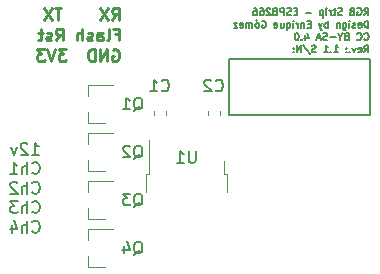
<source format=gbr>
G04 #@! TF.GenerationSoftware,KiCad,Pcbnew,5.1.9-73d0e3b20d~88~ubuntu20.04.1*
G04 #@! TF.CreationDate,2021-03-27T21:05:45+01:00*
G04 #@! TF.ProjectId,RGB_strip,5247425f-7374-4726-9970-2e6b69636164,rev?*
G04 #@! TF.SameCoordinates,Original*
G04 #@! TF.FileFunction,Legend,Bot*
G04 #@! TF.FilePolarity,Positive*
%FSLAX46Y46*%
G04 Gerber Fmt 4.6, Leading zero omitted, Abs format (unit mm)*
G04 Created by KiCad (PCBNEW 5.1.9-73d0e3b20d~88~ubuntu20.04.1) date 2021-03-27 21:05:45*
%MOMM*%
%LPD*%
G01*
G04 APERTURE LIST*
%ADD10C,0.150000*%
%ADD11C,0.200000*%
%ADD12C,0.250000*%
%ADD13C,0.120000*%
G04 APERTURE END LIST*
D10*
X110471428Y-98252380D02*
X111042857Y-98252380D01*
X110757142Y-98252380D02*
X110757142Y-97252380D01*
X110852380Y-97395238D01*
X110947619Y-97490476D01*
X111042857Y-97538095D01*
X110090476Y-97347619D02*
X110042857Y-97300000D01*
X109947619Y-97252380D01*
X109709523Y-97252380D01*
X109614285Y-97300000D01*
X109566666Y-97347619D01*
X109519047Y-97442857D01*
X109519047Y-97538095D01*
X109566666Y-97680952D01*
X110138095Y-98252380D01*
X109519047Y-98252380D01*
X109185714Y-97585714D02*
X108947619Y-98252380D01*
X108709523Y-97585714D01*
X110519047Y-99807142D02*
X110566666Y-99854761D01*
X110709523Y-99902380D01*
X110804761Y-99902380D01*
X110947619Y-99854761D01*
X111042857Y-99759523D01*
X111090476Y-99664285D01*
X111138095Y-99473809D01*
X111138095Y-99330952D01*
X111090476Y-99140476D01*
X111042857Y-99045238D01*
X110947619Y-98950000D01*
X110804761Y-98902380D01*
X110709523Y-98902380D01*
X110566666Y-98950000D01*
X110519047Y-98997619D01*
X110090476Y-99902380D02*
X110090476Y-98902380D01*
X109661904Y-99902380D02*
X109661904Y-99378571D01*
X109709523Y-99283333D01*
X109804761Y-99235714D01*
X109947619Y-99235714D01*
X110042857Y-99283333D01*
X110090476Y-99330952D01*
X108661904Y-99902380D02*
X109233333Y-99902380D01*
X108947619Y-99902380D02*
X108947619Y-98902380D01*
X109042857Y-99045238D01*
X109138095Y-99140476D01*
X109233333Y-99188095D01*
X110519047Y-101457142D02*
X110566666Y-101504761D01*
X110709523Y-101552380D01*
X110804761Y-101552380D01*
X110947619Y-101504761D01*
X111042857Y-101409523D01*
X111090476Y-101314285D01*
X111138095Y-101123809D01*
X111138095Y-100980952D01*
X111090476Y-100790476D01*
X111042857Y-100695238D01*
X110947619Y-100600000D01*
X110804761Y-100552380D01*
X110709523Y-100552380D01*
X110566666Y-100600000D01*
X110519047Y-100647619D01*
X110090476Y-101552380D02*
X110090476Y-100552380D01*
X109661904Y-101552380D02*
X109661904Y-101028571D01*
X109709523Y-100933333D01*
X109804761Y-100885714D01*
X109947619Y-100885714D01*
X110042857Y-100933333D01*
X110090476Y-100980952D01*
X109233333Y-100647619D02*
X109185714Y-100600000D01*
X109090476Y-100552380D01*
X108852380Y-100552380D01*
X108757142Y-100600000D01*
X108709523Y-100647619D01*
X108661904Y-100742857D01*
X108661904Y-100838095D01*
X108709523Y-100980952D01*
X109280952Y-101552380D01*
X108661904Y-101552380D01*
X110519047Y-103107142D02*
X110566666Y-103154761D01*
X110709523Y-103202380D01*
X110804761Y-103202380D01*
X110947619Y-103154761D01*
X111042857Y-103059523D01*
X111090476Y-102964285D01*
X111138095Y-102773809D01*
X111138095Y-102630952D01*
X111090476Y-102440476D01*
X111042857Y-102345238D01*
X110947619Y-102250000D01*
X110804761Y-102202380D01*
X110709523Y-102202380D01*
X110566666Y-102250000D01*
X110519047Y-102297619D01*
X110090476Y-103202380D02*
X110090476Y-102202380D01*
X109661904Y-103202380D02*
X109661904Y-102678571D01*
X109709523Y-102583333D01*
X109804761Y-102535714D01*
X109947619Y-102535714D01*
X110042857Y-102583333D01*
X110090476Y-102630952D01*
X109280952Y-102202380D02*
X108661904Y-102202380D01*
X108995238Y-102583333D01*
X108852380Y-102583333D01*
X108757142Y-102630952D01*
X108709523Y-102678571D01*
X108661904Y-102773809D01*
X108661904Y-103011904D01*
X108709523Y-103107142D01*
X108757142Y-103154761D01*
X108852380Y-103202380D01*
X109138095Y-103202380D01*
X109233333Y-103154761D01*
X109280952Y-103107142D01*
X110519047Y-104757142D02*
X110566666Y-104804761D01*
X110709523Y-104852380D01*
X110804761Y-104852380D01*
X110947619Y-104804761D01*
X111042857Y-104709523D01*
X111090476Y-104614285D01*
X111138095Y-104423809D01*
X111138095Y-104280952D01*
X111090476Y-104090476D01*
X111042857Y-103995238D01*
X110947619Y-103900000D01*
X110804761Y-103852380D01*
X110709523Y-103852380D01*
X110566666Y-103900000D01*
X110519047Y-103947619D01*
X110090476Y-104852380D02*
X110090476Y-103852380D01*
X109661904Y-104852380D02*
X109661904Y-104328571D01*
X109709523Y-104233333D01*
X109804761Y-104185714D01*
X109947619Y-104185714D01*
X110042857Y-104233333D01*
X110090476Y-104280952D01*
X108757142Y-104185714D02*
X108757142Y-104852380D01*
X108995238Y-103804761D02*
X109233333Y-104519047D01*
X108614285Y-104519047D01*
D11*
X139065000Y-94869000D02*
X139065000Y-90170000D01*
X127127000Y-94869000D02*
X139065000Y-94869000D01*
X127127000Y-90170000D02*
X127127000Y-94869000D01*
X139065000Y-90170000D02*
X127127000Y-90170000D01*
D10*
X138608785Y-86453428D02*
X138808785Y-86167714D01*
X138951642Y-86453428D02*
X138951642Y-85853428D01*
X138723071Y-85853428D01*
X138665928Y-85882000D01*
X138637357Y-85910571D01*
X138608785Y-85967714D01*
X138608785Y-86053428D01*
X138637357Y-86110571D01*
X138665928Y-86139142D01*
X138723071Y-86167714D01*
X138951642Y-86167714D01*
X138037357Y-85882000D02*
X138094500Y-85853428D01*
X138180214Y-85853428D01*
X138265928Y-85882000D01*
X138323071Y-85939142D01*
X138351642Y-85996285D01*
X138380214Y-86110571D01*
X138380214Y-86196285D01*
X138351642Y-86310571D01*
X138323071Y-86367714D01*
X138265928Y-86424857D01*
X138180214Y-86453428D01*
X138123071Y-86453428D01*
X138037357Y-86424857D01*
X138008785Y-86396285D01*
X138008785Y-86196285D01*
X138123071Y-86196285D01*
X137551642Y-86139142D02*
X137465928Y-86167714D01*
X137437357Y-86196285D01*
X137408785Y-86253428D01*
X137408785Y-86339142D01*
X137437357Y-86396285D01*
X137465928Y-86424857D01*
X137523071Y-86453428D01*
X137751642Y-86453428D01*
X137751642Y-85853428D01*
X137551642Y-85853428D01*
X137494500Y-85882000D01*
X137465928Y-85910571D01*
X137437357Y-85967714D01*
X137437357Y-86024857D01*
X137465928Y-86082000D01*
X137494500Y-86110571D01*
X137551642Y-86139142D01*
X137751642Y-86139142D01*
X136723071Y-86424857D02*
X136637357Y-86453428D01*
X136494500Y-86453428D01*
X136437357Y-86424857D01*
X136408785Y-86396285D01*
X136380214Y-86339142D01*
X136380214Y-86282000D01*
X136408785Y-86224857D01*
X136437357Y-86196285D01*
X136494500Y-86167714D01*
X136608785Y-86139142D01*
X136665928Y-86110571D01*
X136694500Y-86082000D01*
X136723071Y-86024857D01*
X136723071Y-85967714D01*
X136694500Y-85910571D01*
X136665928Y-85882000D01*
X136608785Y-85853428D01*
X136465928Y-85853428D01*
X136380214Y-85882000D01*
X136208785Y-86053428D02*
X135980214Y-86053428D01*
X136123071Y-85853428D02*
X136123071Y-86367714D01*
X136094500Y-86424857D01*
X136037357Y-86453428D01*
X135980214Y-86453428D01*
X135780214Y-86453428D02*
X135780214Y-86053428D01*
X135780214Y-86167714D02*
X135751642Y-86110571D01*
X135723071Y-86082000D01*
X135665928Y-86053428D01*
X135608785Y-86053428D01*
X135408785Y-86453428D02*
X135408785Y-86053428D01*
X135408785Y-85853428D02*
X135437357Y-85882000D01*
X135408785Y-85910571D01*
X135380214Y-85882000D01*
X135408785Y-85853428D01*
X135408785Y-85910571D01*
X135123071Y-86053428D02*
X135123071Y-86653428D01*
X135123071Y-86082000D02*
X135065928Y-86053428D01*
X134951642Y-86053428D01*
X134894500Y-86082000D01*
X134865928Y-86110571D01*
X134837357Y-86167714D01*
X134837357Y-86339142D01*
X134865928Y-86396285D01*
X134894500Y-86424857D01*
X134951642Y-86453428D01*
X135065928Y-86453428D01*
X135123071Y-86424857D01*
X134123071Y-86224857D02*
X133665928Y-86224857D01*
X132923071Y-86139142D02*
X132723071Y-86139142D01*
X132637357Y-86453428D02*
X132923071Y-86453428D01*
X132923071Y-85853428D01*
X132637357Y-85853428D01*
X132408785Y-86424857D02*
X132323071Y-86453428D01*
X132180214Y-86453428D01*
X132123071Y-86424857D01*
X132094500Y-86396285D01*
X132065928Y-86339142D01*
X132065928Y-86282000D01*
X132094500Y-86224857D01*
X132123071Y-86196285D01*
X132180214Y-86167714D01*
X132294500Y-86139142D01*
X132351642Y-86110571D01*
X132380214Y-86082000D01*
X132408785Y-86024857D01*
X132408785Y-85967714D01*
X132380214Y-85910571D01*
X132351642Y-85882000D01*
X132294500Y-85853428D01*
X132151642Y-85853428D01*
X132065928Y-85882000D01*
X131808785Y-86453428D02*
X131808785Y-85853428D01*
X131580214Y-85853428D01*
X131523071Y-85882000D01*
X131494500Y-85910571D01*
X131465928Y-85967714D01*
X131465928Y-86053428D01*
X131494500Y-86110571D01*
X131523071Y-86139142D01*
X131580214Y-86167714D01*
X131808785Y-86167714D01*
X131123071Y-86110571D02*
X131180214Y-86082000D01*
X131208785Y-86053428D01*
X131237357Y-85996285D01*
X131237357Y-85967714D01*
X131208785Y-85910571D01*
X131180214Y-85882000D01*
X131123071Y-85853428D01*
X131008785Y-85853428D01*
X130951642Y-85882000D01*
X130923071Y-85910571D01*
X130894500Y-85967714D01*
X130894500Y-85996285D01*
X130923071Y-86053428D01*
X130951642Y-86082000D01*
X131008785Y-86110571D01*
X131123071Y-86110571D01*
X131180214Y-86139142D01*
X131208785Y-86167714D01*
X131237357Y-86224857D01*
X131237357Y-86339142D01*
X131208785Y-86396285D01*
X131180214Y-86424857D01*
X131123071Y-86453428D01*
X131008785Y-86453428D01*
X130951642Y-86424857D01*
X130923071Y-86396285D01*
X130894500Y-86339142D01*
X130894500Y-86224857D01*
X130923071Y-86167714D01*
X130951642Y-86139142D01*
X131008785Y-86110571D01*
X130665928Y-85910571D02*
X130637357Y-85882000D01*
X130580214Y-85853428D01*
X130437357Y-85853428D01*
X130380214Y-85882000D01*
X130351642Y-85910571D01*
X130323071Y-85967714D01*
X130323071Y-86024857D01*
X130351642Y-86110571D01*
X130694500Y-86453428D01*
X130323071Y-86453428D01*
X129808785Y-85853428D02*
X129923071Y-85853428D01*
X129980214Y-85882000D01*
X130008785Y-85910571D01*
X130065928Y-85996285D01*
X130094500Y-86110571D01*
X130094500Y-86339142D01*
X130065928Y-86396285D01*
X130037357Y-86424857D01*
X129980214Y-86453428D01*
X129865928Y-86453428D01*
X129808785Y-86424857D01*
X129780214Y-86396285D01*
X129751642Y-86339142D01*
X129751642Y-86196285D01*
X129780214Y-86139142D01*
X129808785Y-86110571D01*
X129865928Y-86082000D01*
X129980214Y-86082000D01*
X130037357Y-86110571D01*
X130065928Y-86139142D01*
X130094500Y-86196285D01*
X129237357Y-85853428D02*
X129351642Y-85853428D01*
X129408785Y-85882000D01*
X129437357Y-85910571D01*
X129494500Y-85996285D01*
X129523071Y-86110571D01*
X129523071Y-86339142D01*
X129494500Y-86396285D01*
X129465928Y-86424857D01*
X129408785Y-86453428D01*
X129294500Y-86453428D01*
X129237357Y-86424857D01*
X129208785Y-86396285D01*
X129180214Y-86339142D01*
X129180214Y-86196285D01*
X129208785Y-86139142D01*
X129237357Y-86110571D01*
X129294500Y-86082000D01*
X129408785Y-86082000D01*
X129465928Y-86110571D01*
X129494500Y-86139142D01*
X129523071Y-86196285D01*
X138951642Y-87503428D02*
X138951642Y-86903428D01*
X138808785Y-86903428D01*
X138723071Y-86932000D01*
X138665928Y-86989142D01*
X138637357Y-87046285D01*
X138608785Y-87160571D01*
X138608785Y-87246285D01*
X138637357Y-87360571D01*
X138665928Y-87417714D01*
X138723071Y-87474857D01*
X138808785Y-87503428D01*
X138951642Y-87503428D01*
X138123071Y-87474857D02*
X138180214Y-87503428D01*
X138294500Y-87503428D01*
X138351642Y-87474857D01*
X138380214Y-87417714D01*
X138380214Y-87189142D01*
X138351642Y-87132000D01*
X138294500Y-87103428D01*
X138180214Y-87103428D01*
X138123071Y-87132000D01*
X138094500Y-87189142D01*
X138094500Y-87246285D01*
X138380214Y-87303428D01*
X137865928Y-87474857D02*
X137808785Y-87503428D01*
X137694500Y-87503428D01*
X137637357Y-87474857D01*
X137608785Y-87417714D01*
X137608785Y-87389142D01*
X137637357Y-87332000D01*
X137694500Y-87303428D01*
X137780214Y-87303428D01*
X137837357Y-87274857D01*
X137865928Y-87217714D01*
X137865928Y-87189142D01*
X137837357Y-87132000D01*
X137780214Y-87103428D01*
X137694500Y-87103428D01*
X137637357Y-87132000D01*
X137351642Y-87503428D02*
X137351642Y-87103428D01*
X137351642Y-86903428D02*
X137380214Y-86932000D01*
X137351642Y-86960571D01*
X137323071Y-86932000D01*
X137351642Y-86903428D01*
X137351642Y-86960571D01*
X136808785Y-87103428D02*
X136808785Y-87589142D01*
X136837357Y-87646285D01*
X136865928Y-87674857D01*
X136923071Y-87703428D01*
X137008785Y-87703428D01*
X137065928Y-87674857D01*
X136808785Y-87474857D02*
X136865928Y-87503428D01*
X136980214Y-87503428D01*
X137037357Y-87474857D01*
X137065928Y-87446285D01*
X137094500Y-87389142D01*
X137094500Y-87217714D01*
X137065928Y-87160571D01*
X137037357Y-87132000D01*
X136980214Y-87103428D01*
X136865928Y-87103428D01*
X136808785Y-87132000D01*
X136523071Y-87103428D02*
X136523071Y-87503428D01*
X136523071Y-87160571D02*
X136494500Y-87132000D01*
X136437357Y-87103428D01*
X136351642Y-87103428D01*
X136294500Y-87132000D01*
X136265928Y-87189142D01*
X136265928Y-87503428D01*
X135523071Y-87503428D02*
X135523071Y-86903428D01*
X135523071Y-87132000D02*
X135465928Y-87103428D01*
X135351642Y-87103428D01*
X135294500Y-87132000D01*
X135265928Y-87160571D01*
X135237357Y-87217714D01*
X135237357Y-87389142D01*
X135265928Y-87446285D01*
X135294500Y-87474857D01*
X135351642Y-87503428D01*
X135465928Y-87503428D01*
X135523071Y-87474857D01*
X135037357Y-87103428D02*
X134894500Y-87503428D01*
X134751642Y-87103428D02*
X134894500Y-87503428D01*
X134951642Y-87646285D01*
X134980214Y-87674857D01*
X135037357Y-87703428D01*
X134065928Y-87189142D02*
X133865928Y-87189142D01*
X133780214Y-87503428D02*
X134065928Y-87503428D01*
X134065928Y-86903428D01*
X133780214Y-86903428D01*
X133523071Y-87103428D02*
X133523071Y-87503428D01*
X133523071Y-87160571D02*
X133494500Y-87132000D01*
X133437357Y-87103428D01*
X133351642Y-87103428D01*
X133294500Y-87132000D01*
X133265928Y-87189142D01*
X133265928Y-87503428D01*
X132980214Y-87503428D02*
X132980214Y-87103428D01*
X132980214Y-87217714D02*
X132951642Y-87160571D01*
X132923071Y-87132000D01*
X132865928Y-87103428D01*
X132808785Y-87103428D01*
X132608785Y-87503428D02*
X132608785Y-87103428D01*
X132608785Y-86903428D02*
X132637357Y-86932000D01*
X132608785Y-86960571D01*
X132580214Y-86932000D01*
X132608785Y-86903428D01*
X132608785Y-86960571D01*
X132065928Y-87103428D02*
X132065928Y-87703428D01*
X132065928Y-87474857D02*
X132123071Y-87503428D01*
X132237357Y-87503428D01*
X132294500Y-87474857D01*
X132323071Y-87446285D01*
X132351642Y-87389142D01*
X132351642Y-87217714D01*
X132323071Y-87160571D01*
X132294500Y-87132000D01*
X132237357Y-87103428D01*
X132123071Y-87103428D01*
X132065928Y-87132000D01*
X131523071Y-87103428D02*
X131523071Y-87503428D01*
X131780214Y-87103428D02*
X131780214Y-87417714D01*
X131751642Y-87474857D01*
X131694500Y-87503428D01*
X131608785Y-87503428D01*
X131551642Y-87474857D01*
X131523071Y-87446285D01*
X131008785Y-87474857D02*
X131065928Y-87503428D01*
X131180214Y-87503428D01*
X131237357Y-87474857D01*
X131265928Y-87417714D01*
X131265928Y-87189142D01*
X131237357Y-87132000D01*
X131180214Y-87103428D01*
X131065928Y-87103428D01*
X131008785Y-87132000D01*
X130980214Y-87189142D01*
X130980214Y-87246285D01*
X131265928Y-87303428D01*
X129951642Y-86932000D02*
X130008785Y-86903428D01*
X130094500Y-86903428D01*
X130180214Y-86932000D01*
X130237357Y-86989142D01*
X130265928Y-87046285D01*
X130294500Y-87160571D01*
X130294500Y-87246285D01*
X130265928Y-87360571D01*
X130237357Y-87417714D01*
X130180214Y-87474857D01*
X130094500Y-87503428D01*
X130037357Y-87503428D01*
X129951642Y-87474857D01*
X129923071Y-87446285D01*
X129923071Y-87246285D01*
X130037357Y-87246285D01*
X129580214Y-87503428D02*
X129637357Y-87474857D01*
X129665928Y-87446285D01*
X129694500Y-87389142D01*
X129694500Y-87217714D01*
X129665928Y-87160571D01*
X129637357Y-87132000D01*
X129580214Y-87103428D01*
X129494500Y-87103428D01*
X129437357Y-87132000D01*
X129408785Y-87160571D01*
X129380214Y-87217714D01*
X129380214Y-87389142D01*
X129408785Y-87446285D01*
X129437357Y-87474857D01*
X129494500Y-87503428D01*
X129580214Y-87503428D01*
X129465928Y-86874857D02*
X129551642Y-86960571D01*
X129123071Y-87503428D02*
X129123071Y-87103428D01*
X129123071Y-87160571D02*
X129094500Y-87132000D01*
X129037357Y-87103428D01*
X128951642Y-87103428D01*
X128894500Y-87132000D01*
X128865928Y-87189142D01*
X128865928Y-87503428D01*
X128865928Y-87189142D02*
X128837357Y-87132000D01*
X128780214Y-87103428D01*
X128694500Y-87103428D01*
X128637357Y-87132000D01*
X128608785Y-87189142D01*
X128608785Y-87503428D01*
X128094500Y-87474857D02*
X128151642Y-87503428D01*
X128265928Y-87503428D01*
X128323071Y-87474857D01*
X128351642Y-87417714D01*
X128351642Y-87189142D01*
X128323071Y-87132000D01*
X128265928Y-87103428D01*
X128151642Y-87103428D01*
X128094500Y-87132000D01*
X128065928Y-87189142D01*
X128065928Y-87246285D01*
X128351642Y-87303428D01*
X127865928Y-87103428D02*
X127551642Y-87103428D01*
X127865928Y-87503428D01*
X127551642Y-87503428D01*
X138608785Y-88496285D02*
X138637357Y-88524857D01*
X138723071Y-88553428D01*
X138780214Y-88553428D01*
X138865928Y-88524857D01*
X138923071Y-88467714D01*
X138951642Y-88410571D01*
X138980214Y-88296285D01*
X138980214Y-88210571D01*
X138951642Y-88096285D01*
X138923071Y-88039142D01*
X138865928Y-87982000D01*
X138780214Y-87953428D01*
X138723071Y-87953428D01*
X138637357Y-87982000D01*
X138608785Y-88010571D01*
X138008785Y-88496285D02*
X138037357Y-88524857D01*
X138123071Y-88553428D01*
X138180214Y-88553428D01*
X138265928Y-88524857D01*
X138323071Y-88467714D01*
X138351642Y-88410571D01*
X138380214Y-88296285D01*
X138380214Y-88210571D01*
X138351642Y-88096285D01*
X138323071Y-88039142D01*
X138265928Y-87982000D01*
X138180214Y-87953428D01*
X138123071Y-87953428D01*
X138037357Y-87982000D01*
X138008785Y-88010571D01*
X137094500Y-88239142D02*
X137008785Y-88267714D01*
X136980214Y-88296285D01*
X136951642Y-88353428D01*
X136951642Y-88439142D01*
X136980214Y-88496285D01*
X137008785Y-88524857D01*
X137065928Y-88553428D01*
X137294500Y-88553428D01*
X137294500Y-87953428D01*
X137094500Y-87953428D01*
X137037357Y-87982000D01*
X137008785Y-88010571D01*
X136980214Y-88067714D01*
X136980214Y-88124857D01*
X137008785Y-88182000D01*
X137037357Y-88210571D01*
X137094500Y-88239142D01*
X137294500Y-88239142D01*
X136580214Y-88267714D02*
X136580214Y-88553428D01*
X136780214Y-87953428D02*
X136580214Y-88267714D01*
X136380214Y-87953428D01*
X136180214Y-88324857D02*
X135723071Y-88324857D01*
X135465928Y-88524857D02*
X135380214Y-88553428D01*
X135237357Y-88553428D01*
X135180214Y-88524857D01*
X135151642Y-88496285D01*
X135123071Y-88439142D01*
X135123071Y-88382000D01*
X135151642Y-88324857D01*
X135180214Y-88296285D01*
X135237357Y-88267714D01*
X135351642Y-88239142D01*
X135408785Y-88210571D01*
X135437357Y-88182000D01*
X135465928Y-88124857D01*
X135465928Y-88067714D01*
X135437357Y-88010571D01*
X135408785Y-87982000D01*
X135351642Y-87953428D01*
X135208785Y-87953428D01*
X135123071Y-87982000D01*
X134894500Y-88382000D02*
X134608785Y-88382000D01*
X134951642Y-88553428D02*
X134751642Y-87953428D01*
X134551642Y-88553428D01*
X133637357Y-88153428D02*
X133637357Y-88553428D01*
X133780214Y-87924857D02*
X133923071Y-88353428D01*
X133551642Y-88353428D01*
X133323071Y-88496285D02*
X133294500Y-88524857D01*
X133323071Y-88553428D01*
X133351642Y-88524857D01*
X133323071Y-88496285D01*
X133323071Y-88553428D01*
X132923071Y-87953428D02*
X132865928Y-87953428D01*
X132808785Y-87982000D01*
X132780214Y-88010571D01*
X132751642Y-88067714D01*
X132723071Y-88182000D01*
X132723071Y-88324857D01*
X132751642Y-88439142D01*
X132780214Y-88496285D01*
X132808785Y-88524857D01*
X132865928Y-88553428D01*
X132923071Y-88553428D01*
X132980214Y-88524857D01*
X133008785Y-88496285D01*
X133037357Y-88439142D01*
X133065928Y-88324857D01*
X133065928Y-88182000D01*
X133037357Y-88067714D01*
X133008785Y-88010571D01*
X132980214Y-87982000D01*
X132923071Y-87953428D01*
X138608785Y-89603428D02*
X138808785Y-89317714D01*
X138951642Y-89603428D02*
X138951642Y-89003428D01*
X138723071Y-89003428D01*
X138665928Y-89032000D01*
X138637357Y-89060571D01*
X138608785Y-89117714D01*
X138608785Y-89203428D01*
X138637357Y-89260571D01*
X138665928Y-89289142D01*
X138723071Y-89317714D01*
X138951642Y-89317714D01*
X138123071Y-89574857D02*
X138180214Y-89603428D01*
X138294500Y-89603428D01*
X138351642Y-89574857D01*
X138380214Y-89517714D01*
X138380214Y-89289142D01*
X138351642Y-89232000D01*
X138294500Y-89203428D01*
X138180214Y-89203428D01*
X138123071Y-89232000D01*
X138094500Y-89289142D01*
X138094500Y-89346285D01*
X138380214Y-89403428D01*
X137894500Y-89203428D02*
X137751642Y-89603428D01*
X137608785Y-89203428D01*
X137380214Y-89546285D02*
X137351642Y-89574857D01*
X137380214Y-89603428D01*
X137408785Y-89574857D01*
X137380214Y-89546285D01*
X137380214Y-89603428D01*
X137094500Y-89546285D02*
X137065928Y-89574857D01*
X137094500Y-89603428D01*
X137123071Y-89574857D01*
X137094500Y-89546285D01*
X137094500Y-89603428D01*
X137094500Y-89232000D02*
X137065928Y-89260571D01*
X137094500Y-89289142D01*
X137123071Y-89260571D01*
X137094500Y-89232000D01*
X137094500Y-89289142D01*
X136037357Y-89603428D02*
X136380214Y-89603428D01*
X136208785Y-89603428D02*
X136208785Y-89003428D01*
X136265928Y-89089142D01*
X136323071Y-89146285D01*
X136380214Y-89174857D01*
X135780214Y-89546285D02*
X135751642Y-89574857D01*
X135780214Y-89603428D01*
X135808785Y-89574857D01*
X135780214Y-89546285D01*
X135780214Y-89603428D01*
X135180214Y-89603428D02*
X135523071Y-89603428D01*
X135351642Y-89603428D02*
X135351642Y-89003428D01*
X135408785Y-89089142D01*
X135465928Y-89146285D01*
X135523071Y-89174857D01*
X134494500Y-89574857D02*
X134408785Y-89603428D01*
X134265928Y-89603428D01*
X134208785Y-89574857D01*
X134180214Y-89546285D01*
X134151642Y-89489142D01*
X134151642Y-89432000D01*
X134180214Y-89374857D01*
X134208785Y-89346285D01*
X134265928Y-89317714D01*
X134380214Y-89289142D01*
X134437357Y-89260571D01*
X134465928Y-89232000D01*
X134494500Y-89174857D01*
X134494500Y-89117714D01*
X134465928Y-89060571D01*
X134437357Y-89032000D01*
X134380214Y-89003428D01*
X134237357Y-89003428D01*
X134151642Y-89032000D01*
X133465928Y-88974857D02*
X133980214Y-89746285D01*
X133265928Y-89603428D02*
X133265928Y-89003428D01*
X132923071Y-89603428D01*
X132923071Y-89003428D01*
X132637357Y-89546285D02*
X132608785Y-89574857D01*
X132637357Y-89603428D01*
X132665928Y-89574857D01*
X132637357Y-89546285D01*
X132637357Y-89603428D01*
X132637357Y-89232000D02*
X132608785Y-89260571D01*
X132637357Y-89289142D01*
X132665928Y-89260571D01*
X132637357Y-89232000D01*
X132637357Y-89289142D01*
D12*
X117264976Y-86840380D02*
X117598309Y-86364190D01*
X117836404Y-86840380D02*
X117836404Y-85840380D01*
X117455452Y-85840380D01*
X117360214Y-85888000D01*
X117312595Y-85935619D01*
X117264976Y-86030857D01*
X117264976Y-86173714D01*
X117312595Y-86268952D01*
X117360214Y-86316571D01*
X117455452Y-86364190D01*
X117836404Y-86364190D01*
X116931642Y-85840380D02*
X116264976Y-86840380D01*
X116264976Y-85840380D02*
X116931642Y-86840380D01*
X112979261Y-85840380D02*
X112407833Y-85840380D01*
X112693547Y-86840380D02*
X112693547Y-85840380D01*
X112169738Y-85840380D02*
X111503071Y-86840380D01*
X111503071Y-85840380D02*
X112169738Y-86840380D01*
X117503071Y-88066571D02*
X117836404Y-88066571D01*
X117836404Y-88590380D02*
X117836404Y-87590380D01*
X117360214Y-87590380D01*
X116836404Y-88590380D02*
X116931642Y-88542761D01*
X116979261Y-88447523D01*
X116979261Y-87590380D01*
X116026880Y-88590380D02*
X116026880Y-88066571D01*
X116074500Y-87971333D01*
X116169738Y-87923714D01*
X116360214Y-87923714D01*
X116455452Y-87971333D01*
X116026880Y-88542761D02*
X116122119Y-88590380D01*
X116360214Y-88590380D01*
X116455452Y-88542761D01*
X116503071Y-88447523D01*
X116503071Y-88352285D01*
X116455452Y-88257047D01*
X116360214Y-88209428D01*
X116122119Y-88209428D01*
X116026880Y-88161809D01*
X115598309Y-88542761D02*
X115503071Y-88590380D01*
X115312595Y-88590380D01*
X115217357Y-88542761D01*
X115169738Y-88447523D01*
X115169738Y-88399904D01*
X115217357Y-88304666D01*
X115312595Y-88257047D01*
X115455452Y-88257047D01*
X115550690Y-88209428D01*
X115598309Y-88114190D01*
X115598309Y-88066571D01*
X115550690Y-87971333D01*
X115455452Y-87923714D01*
X115312595Y-87923714D01*
X115217357Y-87971333D01*
X114741166Y-88590380D02*
X114741166Y-87590380D01*
X114312595Y-88590380D02*
X114312595Y-88066571D01*
X114360214Y-87971333D01*
X114455452Y-87923714D01*
X114598309Y-87923714D01*
X114693547Y-87971333D01*
X114741166Y-88018952D01*
X112503071Y-88590380D02*
X112836404Y-88114190D01*
X113074500Y-88590380D02*
X113074500Y-87590380D01*
X112693547Y-87590380D01*
X112598309Y-87638000D01*
X112550690Y-87685619D01*
X112503071Y-87780857D01*
X112503071Y-87923714D01*
X112550690Y-88018952D01*
X112598309Y-88066571D01*
X112693547Y-88114190D01*
X113074500Y-88114190D01*
X112122119Y-88542761D02*
X112026880Y-88590380D01*
X111836404Y-88590380D01*
X111741166Y-88542761D01*
X111693547Y-88447523D01*
X111693547Y-88399904D01*
X111741166Y-88304666D01*
X111836404Y-88257047D01*
X111979261Y-88257047D01*
X112074500Y-88209428D01*
X112122119Y-88114190D01*
X112122119Y-88066571D01*
X112074500Y-87971333D01*
X111979261Y-87923714D01*
X111836404Y-87923714D01*
X111741166Y-87971333D01*
X111407833Y-87923714D02*
X111026880Y-87923714D01*
X111264976Y-87590380D02*
X111264976Y-88447523D01*
X111217357Y-88542761D01*
X111122119Y-88590380D01*
X111026880Y-88590380D01*
X117312595Y-89388000D02*
X117407833Y-89340380D01*
X117550690Y-89340380D01*
X117693547Y-89388000D01*
X117788785Y-89483238D01*
X117836404Y-89578476D01*
X117884023Y-89768952D01*
X117884023Y-89911809D01*
X117836404Y-90102285D01*
X117788785Y-90197523D01*
X117693547Y-90292761D01*
X117550690Y-90340380D01*
X117455452Y-90340380D01*
X117312595Y-90292761D01*
X117264976Y-90245142D01*
X117264976Y-89911809D01*
X117455452Y-89911809D01*
X116836404Y-90340380D02*
X116836404Y-89340380D01*
X116264976Y-90340380D01*
X116264976Y-89340380D01*
X115788785Y-90340380D02*
X115788785Y-89340380D01*
X115550690Y-89340380D01*
X115407833Y-89388000D01*
X115312595Y-89483238D01*
X115264976Y-89578476D01*
X115217357Y-89768952D01*
X115217357Y-89911809D01*
X115264976Y-90102285D01*
X115312595Y-90197523D01*
X115407833Y-90292761D01*
X115550690Y-90340380D01*
X115788785Y-90340380D01*
X113360214Y-89340380D02*
X112741166Y-89340380D01*
X113074500Y-89721333D01*
X112931642Y-89721333D01*
X112836404Y-89768952D01*
X112788785Y-89816571D01*
X112741166Y-89911809D01*
X112741166Y-90149904D01*
X112788785Y-90245142D01*
X112836404Y-90292761D01*
X112931642Y-90340380D01*
X113217357Y-90340380D01*
X113312595Y-90292761D01*
X113360214Y-90245142D01*
X112455452Y-89340380D02*
X112122119Y-90340380D01*
X111788785Y-89340380D01*
X111550690Y-89340380D02*
X110931642Y-89340380D01*
X111264976Y-89721333D01*
X111122119Y-89721333D01*
X111026880Y-89768952D01*
X110979261Y-89816571D01*
X110931642Y-89911809D01*
X110931642Y-90149904D01*
X110979261Y-90245142D01*
X111026880Y-90292761D01*
X111122119Y-90340380D01*
X111407833Y-90340380D01*
X111503071Y-90292761D01*
X111550690Y-90245142D01*
D13*
X120775000Y-94904779D02*
X120775000Y-94579221D01*
X121795000Y-94904779D02*
X121795000Y-94579221D01*
X126367000Y-94904779D02*
X126367000Y-94579221D01*
X125347000Y-94904779D02*
X125347000Y-94579221D01*
X115191000Y-95560000D02*
X115191000Y-94630000D01*
X115191000Y-92400000D02*
X115191000Y-93330000D01*
X115191000Y-92400000D02*
X117351000Y-92400000D01*
X115191000Y-95560000D02*
X116651000Y-95560000D01*
X115191000Y-99624000D02*
X115191000Y-98694000D01*
X115191000Y-96464000D02*
X115191000Y-97394000D01*
X115191000Y-96464000D02*
X117351000Y-96464000D01*
X115191000Y-99624000D02*
X116651000Y-99624000D01*
X115191000Y-103688000D02*
X116651000Y-103688000D01*
X115191000Y-100528000D02*
X117351000Y-100528000D01*
X115191000Y-100528000D02*
X115191000Y-101458000D01*
X115191000Y-103688000D02*
X115191000Y-102758000D01*
X115191000Y-107752000D02*
X116651000Y-107752000D01*
X115191000Y-104592000D02*
X117351000Y-104592000D01*
X115191000Y-104592000D02*
X115191000Y-105522000D01*
X115191000Y-107752000D02*
X115191000Y-106822000D01*
X120121000Y-101392000D02*
X120121000Y-99892000D01*
X120121000Y-99892000D02*
X120391000Y-99892000D01*
X120391000Y-99892000D02*
X120391000Y-97062000D01*
X127021000Y-101392000D02*
X127021000Y-99892000D01*
X127021000Y-99892000D02*
X126751000Y-99892000D01*
X126751000Y-99892000D02*
X126751000Y-98792000D01*
D10*
X121451666Y-92813142D02*
X121499285Y-92860761D01*
X121642142Y-92908380D01*
X121737380Y-92908380D01*
X121880238Y-92860761D01*
X121975476Y-92765523D01*
X122023095Y-92670285D01*
X122070714Y-92479809D01*
X122070714Y-92336952D01*
X122023095Y-92146476D01*
X121975476Y-92051238D01*
X121880238Y-91956000D01*
X121737380Y-91908380D01*
X121642142Y-91908380D01*
X121499285Y-91956000D01*
X121451666Y-92003619D01*
X120499285Y-92908380D02*
X121070714Y-92908380D01*
X120785000Y-92908380D02*
X120785000Y-91908380D01*
X120880238Y-92051238D01*
X120975476Y-92146476D01*
X121070714Y-92194095D01*
X126023666Y-92813142D02*
X126071285Y-92860761D01*
X126214142Y-92908380D01*
X126309380Y-92908380D01*
X126452238Y-92860761D01*
X126547476Y-92765523D01*
X126595095Y-92670285D01*
X126642714Y-92479809D01*
X126642714Y-92336952D01*
X126595095Y-92146476D01*
X126547476Y-92051238D01*
X126452238Y-91956000D01*
X126309380Y-91908380D01*
X126214142Y-91908380D01*
X126071285Y-91956000D01*
X126023666Y-92003619D01*
X125642714Y-92003619D02*
X125595095Y-91956000D01*
X125499857Y-91908380D01*
X125261761Y-91908380D01*
X125166523Y-91956000D01*
X125118904Y-92003619D01*
X125071285Y-92098857D01*
X125071285Y-92194095D01*
X125118904Y-92336952D01*
X125690333Y-92908380D01*
X125071285Y-92908380D01*
X119094238Y-94527619D02*
X119189476Y-94480000D01*
X119284714Y-94384761D01*
X119427571Y-94241904D01*
X119522809Y-94194285D01*
X119618047Y-94194285D01*
X119570428Y-94432380D02*
X119665666Y-94384761D01*
X119760904Y-94289523D01*
X119808523Y-94099047D01*
X119808523Y-93765714D01*
X119760904Y-93575238D01*
X119665666Y-93480000D01*
X119570428Y-93432380D01*
X119379952Y-93432380D01*
X119284714Y-93480000D01*
X119189476Y-93575238D01*
X119141857Y-93765714D01*
X119141857Y-94099047D01*
X119189476Y-94289523D01*
X119284714Y-94384761D01*
X119379952Y-94432380D01*
X119570428Y-94432380D01*
X118189476Y-94432380D02*
X118760904Y-94432380D01*
X118475190Y-94432380D02*
X118475190Y-93432380D01*
X118570428Y-93575238D01*
X118665666Y-93670476D01*
X118760904Y-93718095D01*
X119094238Y-98591619D02*
X119189476Y-98544000D01*
X119284714Y-98448761D01*
X119427571Y-98305904D01*
X119522809Y-98258285D01*
X119618047Y-98258285D01*
X119570428Y-98496380D02*
X119665666Y-98448761D01*
X119760904Y-98353523D01*
X119808523Y-98163047D01*
X119808523Y-97829714D01*
X119760904Y-97639238D01*
X119665666Y-97544000D01*
X119570428Y-97496380D01*
X119379952Y-97496380D01*
X119284714Y-97544000D01*
X119189476Y-97639238D01*
X119141857Y-97829714D01*
X119141857Y-98163047D01*
X119189476Y-98353523D01*
X119284714Y-98448761D01*
X119379952Y-98496380D01*
X119570428Y-98496380D01*
X118760904Y-97591619D02*
X118713285Y-97544000D01*
X118618047Y-97496380D01*
X118379952Y-97496380D01*
X118284714Y-97544000D01*
X118237095Y-97591619D01*
X118189476Y-97686857D01*
X118189476Y-97782095D01*
X118237095Y-97924952D01*
X118808523Y-98496380D01*
X118189476Y-98496380D01*
X119094238Y-102655619D02*
X119189476Y-102608000D01*
X119284714Y-102512761D01*
X119427571Y-102369904D01*
X119522809Y-102322285D01*
X119618047Y-102322285D01*
X119570428Y-102560380D02*
X119665666Y-102512761D01*
X119760904Y-102417523D01*
X119808523Y-102227047D01*
X119808523Y-101893714D01*
X119760904Y-101703238D01*
X119665666Y-101608000D01*
X119570428Y-101560380D01*
X119379952Y-101560380D01*
X119284714Y-101608000D01*
X119189476Y-101703238D01*
X119141857Y-101893714D01*
X119141857Y-102227047D01*
X119189476Y-102417523D01*
X119284714Y-102512761D01*
X119379952Y-102560380D01*
X119570428Y-102560380D01*
X118808523Y-101560380D02*
X118189476Y-101560380D01*
X118522809Y-101941333D01*
X118379952Y-101941333D01*
X118284714Y-101988952D01*
X118237095Y-102036571D01*
X118189476Y-102131809D01*
X118189476Y-102369904D01*
X118237095Y-102465142D01*
X118284714Y-102512761D01*
X118379952Y-102560380D01*
X118665666Y-102560380D01*
X118760904Y-102512761D01*
X118808523Y-102465142D01*
X119094238Y-106719619D02*
X119189476Y-106672000D01*
X119284714Y-106576761D01*
X119427571Y-106433904D01*
X119522809Y-106386285D01*
X119618047Y-106386285D01*
X119570428Y-106624380D02*
X119665666Y-106576761D01*
X119760904Y-106481523D01*
X119808523Y-106291047D01*
X119808523Y-105957714D01*
X119760904Y-105767238D01*
X119665666Y-105672000D01*
X119570428Y-105624380D01*
X119379952Y-105624380D01*
X119284714Y-105672000D01*
X119189476Y-105767238D01*
X119141857Y-105957714D01*
X119141857Y-106291047D01*
X119189476Y-106481523D01*
X119284714Y-106576761D01*
X119379952Y-106624380D01*
X119570428Y-106624380D01*
X118284714Y-105957714D02*
X118284714Y-106624380D01*
X118522809Y-105576761D02*
X118760904Y-106291047D01*
X118141857Y-106291047D01*
X124332904Y-97945380D02*
X124332904Y-98754904D01*
X124285285Y-98850142D01*
X124237666Y-98897761D01*
X124142428Y-98945380D01*
X123951952Y-98945380D01*
X123856714Y-98897761D01*
X123809095Y-98850142D01*
X123761476Y-98754904D01*
X123761476Y-97945380D01*
X122761476Y-98945380D02*
X123332904Y-98945380D01*
X123047190Y-98945380D02*
X123047190Y-97945380D01*
X123142428Y-98088238D01*
X123237666Y-98183476D01*
X123332904Y-98231095D01*
M02*

</source>
